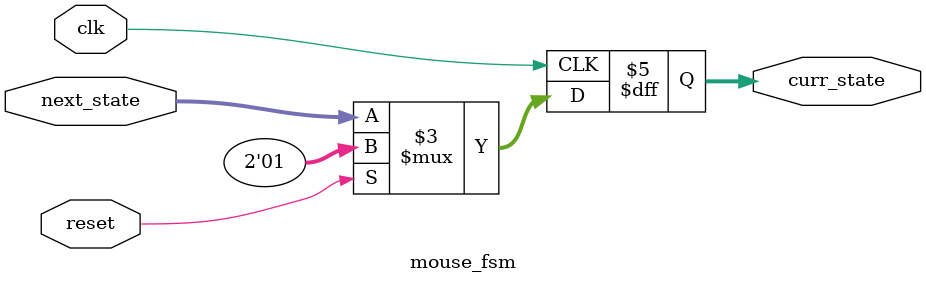
<source format=v>

module mouse (reset, start, clock, PS2_CLK, PS2_DAT, l_click, m_click, r_click, x, y);
  parameter SCREEN_WIDTH = 120;
  parameter SCREEN_HEIGHT = 160;

  // localparam POS_BIT_NUM = $clog2((SCREEN_WIDTH > SCREEN_HEIGHT) ? SCREEN_WIDTH : SCREEN_HEIGHT);

  input reset, start, clock;
  inout PS2_CLK;
  inout PS2_DAT;
  output reg l_click, m_click, r_click;
  output reg [8:0] x;
  output reg [8:0] y;

  localparam enable_cmd = 9'b011110100; // F4, MSB is parity bit

  wire [1:0] curr_state;
  reg [1:0] next_state;
  reg clk_out_en, dat_out_en; // 1: writing, 0: reading
  reg [9:0] data_out;

  reg l_click_latch = 1'b0;
  reg m_click_latch = 1'b0;
  reg r_click_latch = 1'b0;
  reg [8:0] x_latch = 0;
  reg [8:0] y_latch = 0;

  reg [32:0] data_in;
  reg [7:0] idle_count;
  reg [5:0] valid_count;
  reg [3:0] clkpull_delay; 
  reg [3:0] bits_transmitted; 

  reg dat_syn1, clk_syn1, dat_in, clk_in;
  wire dat_syn0, clk_syn0;

  localparam  LISTEN = 2'b00,
              PULLCLK = 2'b01,
              PULLDAT = 2'b10,
              TRANSMIT = 2'b11;

  // done to match mouse clock @ ~97.656 kHz
  wire clk; // slow clock
  mouse_divider mdiv(clock, clk);

  wire clk_out;
  assign clk_out = 1'b0;
  assign PS2_CLK = clk_out_en ? clk_out : 1'bZ; // only clock is pulled down
  wire dat_out;
  assign dat_out = data_out[0];
  assign PS2_DAT = dat_out_en ? dat_out : 1'bZ;
  assign clk_syn0 = clk_out_en ? 1'b1 : PS2_CLK;
  assign dat_syn0 = dat_out_en ? 1'b1 : PS2_DAT;

  reg [9:0] start_timer;
  always @(posedge clock) begin
    if (start)
      start_timer <= 1'b1;
    else if (start_timer)
      start_timer <= start_timer + 1'b1;
    
    l_click = l_click_latch;
    m_click = m_click_latch;
    r_click = r_click_latch;
    x = x_latch;
    y = y_latch;
  end

  // handling clocks in multiple domains?
  always @(posedge clk) begin
    clk_syn1 <= clk_syn0;
    clk_in <= clk_syn1;
    dat_syn1 <= dat_syn0;
    dat_in <= dat_syn1;
  end

  mouse_fsm mfsm(curr_state, next_state, clk, reset);

  // state table
  always @(*) begin
    case (curr_state)
      LISTEN: begin
        if (start_timer && idle_count == 8'b11111111)
          next_state = PULLCLK;
        else begin
          next_state = LISTEN; 
          clk_out_en = 1'b0;
          dat_out_en = 1'b0;
        end
      end
      PULLCLK: begin
        if (clkpull_delay == 4'b1100)
          next_state = PULLDAT;
        else begin
          next_state = PULLCLK;
          clk_out_en = 1'b1; // pull PS2_CLK low
          dat_out_en = 1'b0;
        end
      end
      PULLDAT: begin
        next_state = TRANSMIT;
        clk_out_en = 1'b1;
        dat_out_en = 1'b1;
      end
      TRANSMIT: begin
        if (bits_transmitted == 4'b1010) 
          next_state = LISTEN;
        else begin
          next_state = TRANSMIT;
          clk_out_en = 1'b0;
          dat_out_en = 1'b1;
        end
      end
      default: begin
        next_state = LISTEN;
      end
    endcase
  end

  // counts how long mouse has been in idle mode
  always @(posedge clk) begin
    if ({clk_in, dat_in} == 2'b11)
      idle_count <= idle_count + 1;
    else
      idle_count <= 8'd0;
  end

  // records how much presumably valid data we've received from mouse
  assign flag = (idle_count == 8'hff) ? 1 : 0;
  always @(posedge clk_in, posedge flag) begin
    if (flag)
      valid_count <= 6'b000000; // if we've been idle for too long, mouse probably wasn't sending any valid data, so reset
    else
      valid_count <= valid_count + 1;
  end

  // latching onto data from mouse
  always @(posedge clk) begin
    if (reset) begin // active high
      l_click_latch <= 1'b0;
      m_click_latch <= 1'b0;
      r_click_latch <= 1'b0;

      x_latch <= 0;
      y_latch <= 0;
    end
    else if (curr_state == TRANSMIT) begin
      l_click_latch <= 1'b0;
      m_click_latch <= 1'b0;
      r_click_latch <= 1'b0;
      x_latch <= 0;
      y_latch <= 0;
    end
    else if (idle_count == 8'b00011110 && (valid_count[5] == 1'b1 || valid_count[4] == 1'b1)) begin
      l_click_latch <= data_in[1];
      m_click_latch <= data_in[2];
      r_click_latch <= data_in[3];
      
      if ($signed(x_latch + {data_in[5], data_in[19:12]}) < 0) // test this first; otherwise unsigned interpretation of negative signed could b big unsigned
        x_latch <= 0;
      else if ((x_latch + {data_in[5], data_in[19:12]}) >= SCREEN_WIDTH)
        x_latch <= SCREEN_WIDTH;
      else
        x_latch <= {data_in[5], data_in[19:12]};

      if ($signed(y_latch + {data_in[6], data_in[30:23]}) < 0) 
        y_latch <= 0;
      else if ((y_latch + {data_in[6], data_in[30:23]}) >= SCREEN_HEIGHT)
        y_latch <= SCREEN_HEIGHT;
      else 
        y_latch <= {data_in[6], data_in[30:23]};
    end
  end

  // used to ensure we pull clk low for at least 100us (as a step to start transmission)
  always @(posedge clk) begin
    if (curr_state == PULLCLK)
      clkpull_delay <= clkpull_delay + 1;
    else
      clkpull_delay <= 4'b0000;
  end

  // transmit data to mouse
  always @(negedge clk_in) begin
    if (curr_state == TRANSMIT)
      data_out <= {1'b0, data_out[9:1]};
    else 
      data_out <= {enable_cmd, 1'b0}; 
  end

  // used to count how many bits we've transmitted
  always @(negedge clk_in) begin
    if (curr_state == TRANSMIT)
      bits_transmitted <= bits_transmitted + 1;
    else
      bits_transmitted <= 4'b0000;
  end

  // continually receives data from mouse in listen mode
  always @(negedge clk_in) begin
    if (curr_state == LISTEN)
      data_in <= {dat_in, data_in[32:1]};
  end

endmodule

module mouse_divider(input fast_clock, output slow_clock);
  // for matching polling rate of mouse
  reg [8:0] clk_div;
  always @(posedge fast_clock) begin
    clk_div <= clk_div + 1;
  end
  assign slow_clock = clk_div[8];
endmodule

module mouse_fsm(curr_state, next_state, clk, reset);
  output reg [1:0] curr_state;
  input [1:0] next_state;
  input clk, reset;

  // state change
  always @(posedge clk) begin
    if (reset) // active high
      curr_state <= 2'b01; // not sure if this should be pullclk
    else 
      curr_state <= next_state;
  end

endmodule
</source>
